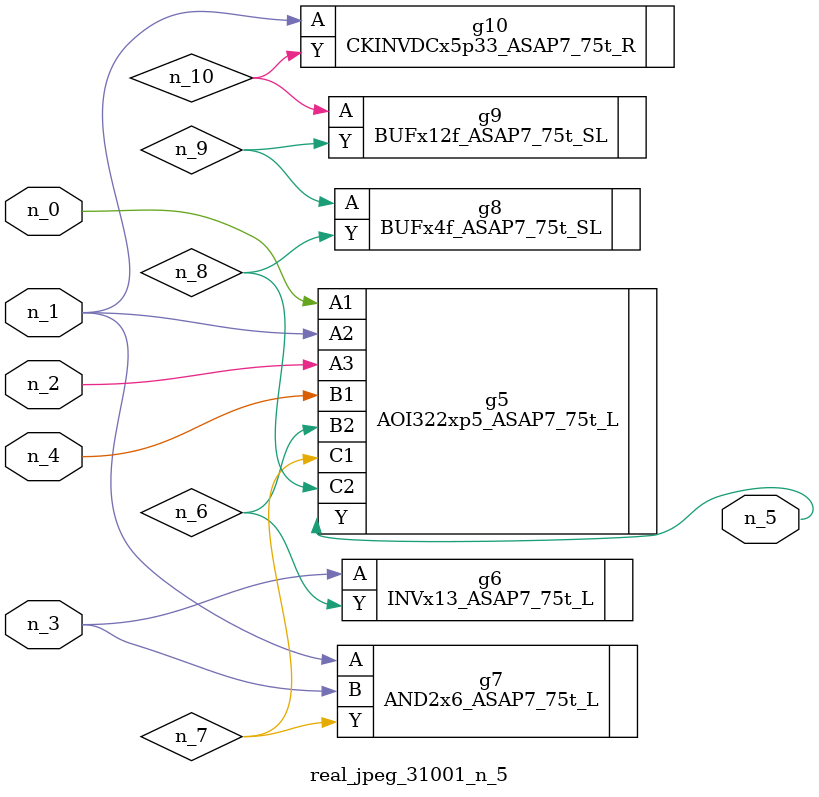
<source format=v>
module real_jpeg_31001_n_5 (n_4, n_0, n_1, n_2, n_3, n_5);

input n_4;
input n_0;
input n_1;
input n_2;
input n_3;

output n_5;

wire n_8;
wire n_6;
wire n_7;
wire n_10;
wire n_9;

AOI322xp5_ASAP7_75t_L g5 ( 
.A1(n_0),
.A2(n_1),
.A3(n_2),
.B1(n_4),
.B2(n_6),
.C1(n_7),
.C2(n_8),
.Y(n_5)
);

AND2x6_ASAP7_75t_L g7 ( 
.A(n_1),
.B(n_3),
.Y(n_7)
);

CKINVDCx5p33_ASAP7_75t_R g10 ( 
.A(n_1),
.Y(n_10)
);

INVx13_ASAP7_75t_L g6 ( 
.A(n_3),
.Y(n_6)
);

BUFx4f_ASAP7_75t_SL g8 ( 
.A(n_9),
.Y(n_8)
);

BUFx12f_ASAP7_75t_SL g9 ( 
.A(n_10),
.Y(n_9)
);


endmodule
</source>
